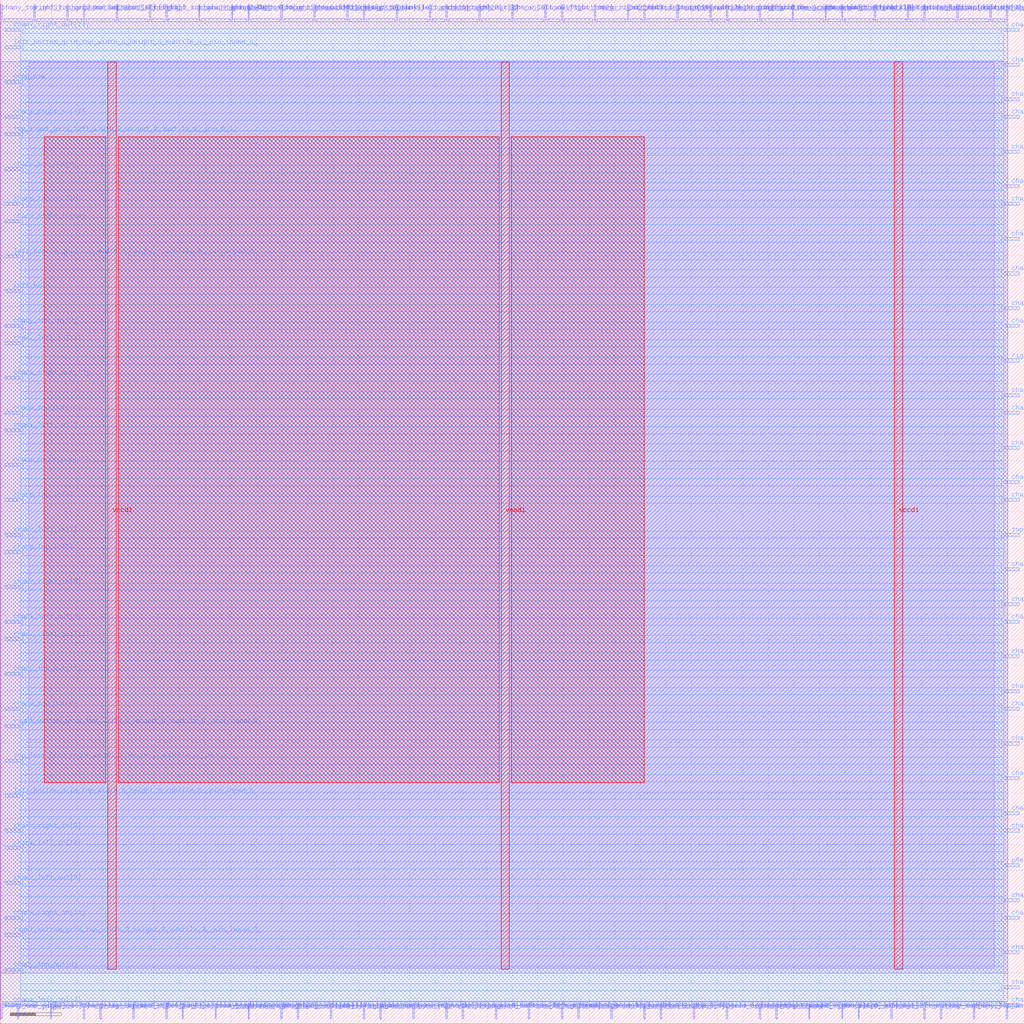
<source format=lef>
VERSION 5.7 ;
  NOWIREEXTENSIONATPIN ON ;
  DIVIDERCHAR "/" ;
  BUSBITCHARS "[]" ;
MACRO sb_1__0_
  CLASS BLOCK ;
  FOREIGN sb_1__0_ ;
  ORIGIN 0.000 0.000 ;
  SIZE 200.000 BY 200.000 ;
  PIN ccff_head
    DIRECTION INPUT ;
    USE SIGNAL ;
    PORT
      LAYER met3 ;
        RECT 1.000 142.840 4.000 143.440 ;
    END
  END ccff_head
  PIN ccff_tail
    DIRECTION OUTPUT TRISTATE ;
    USE SIGNAL ;
    PORT
      LAYER met2 ;
        RECT 29.070 196.000 29.350 199.000 ;
    END
  END ccff_tail
  PIN chanx_left_in[0]
    DIRECTION INPUT ;
    USE SIGNAL ;
    PORT
      LAYER met2 ;
        RECT 64.490 1.000 64.770 4.000 ;
    END
  END chanx_left_in[0]
  PIN chanx_left_in[10]
    DIRECTION INPUT ;
    USE SIGNAL ;
    PORT
      LAYER met2 ;
        RECT 96.690 1.000 96.970 4.000 ;
    END
  END chanx_left_in[10]
  PIN chanx_left_in[11]
    DIRECTION INPUT ;
    USE SIGNAL ;
    PORT
      LAYER met3 ;
        RECT 1.000 132.640 4.000 133.240 ;
    END
  END chanx_left_in[11]
  PIN chanx_left_in[12]
    DIRECTION INPUT ;
    USE SIGNAL ;
    PORT
      LAYER met3 ;
        RECT 1.000 34.040 4.000 34.640 ;
    END
  END chanx_left_in[12]
  PIN chanx_left_in[13]
    DIRECTION INPUT ;
    USE SIGNAL ;
    PORT
      LAYER met3 ;
        RECT 196.000 153.040 199.000 153.640 ;
    END
  END chanx_left_in[13]
  PIN chanx_left_in[14]
    DIRECTION INPUT ;
    USE SIGNAL ;
    PORT
      LAYER met2 ;
        RECT 58.050 1.000 58.330 4.000 ;
    END
  END chanx_left_in[14]
  PIN chanx_left_in[15]
    DIRECTION INPUT ;
    USE SIGNAL ;
    PORT
      LAYER met2 ;
        RECT 125.670 196.000 125.950 199.000 ;
    END
  END chanx_left_in[15]
  PIN chanx_left_in[16]
    DIRECTION INPUT ;
    USE SIGNAL ;
    PORT
      LAYER met3 ;
        RECT 196.000 40.840 199.000 41.440 ;
    END
  END chanx_left_in[16]
  PIN chanx_left_in[17]
    DIRECTION INPUT ;
    USE SIGNAL ;
    PORT
      LAYER met3 ;
        RECT 1.000 3.440 4.000 4.040 ;
    END
  END chanx_left_in[17]
  PIN chanx_left_in[18]
    DIRECTION INPUT ;
    USE SIGNAL ;
    PORT
      LAYER met3 ;
        RECT 196.000 176.840 199.000 177.440 ;
    END
  END chanx_left_in[18]
  PIN chanx_left_in[1]
    DIRECTION INPUT ;
    USE SIGNAL ;
    PORT
      LAYER met3 ;
        RECT 1.000 95.240 4.000 95.840 ;
    END
  END chanx_left_in[1]
  PIN chanx_left_in[2]
    DIRECTION INPUT ;
    USE SIGNAL ;
    PORT
      LAYER met2 ;
        RECT 132.110 196.000 132.390 199.000 ;
    END
  END chanx_left_in[2]
  PIN chanx_left_in[3]
    DIRECTION INPUT ;
    USE SIGNAL ;
    PORT
      LAYER met3 ;
        RECT 1.000 115.640 4.000 116.240 ;
    END
  END chanx_left_in[3]
  PIN chanx_left_in[4]
    DIRECTION INPUT ;
    USE SIGNAL ;
    PORT
      LAYER met2 ;
        RECT 61.270 196.000 61.550 199.000 ;
    END
  END chanx_left_in[4]
  PIN chanx_left_in[5]
    DIRECTION INPUT ;
    USE SIGNAL ;
    PORT
      LAYER met3 ;
        RECT 196.000 54.440 199.000 55.040 ;
    END
  END chanx_left_in[5]
  PIN chanx_left_in[6]
    DIRECTION INPUT ;
    USE SIGNAL ;
    PORT
      LAYER met2 ;
        RECT 141.770 1.000 142.050 4.000 ;
    END
  END chanx_left_in[6]
  PIN chanx_left_in[7]
    DIRECTION INPUT ;
    USE SIGNAL ;
    PORT
      LAYER met2 ;
        RECT 22.630 196.000 22.910 199.000 ;
    END
  END chanx_left_in[7]
  PIN chanx_left_in[8]
    DIRECTION INPUT ;
    USE SIGNAL ;
    PORT
      LAYER met2 ;
        RECT 180.410 196.000 180.690 199.000 ;
    END
  END chanx_left_in[8]
  PIN chanx_left_in[9]
    DIRECTION INPUT ;
    USE SIGNAL ;
    PORT
      LAYER met2 ;
        RECT 186.850 196.000 187.130 199.000 ;
    END
  END chanx_left_in[9]
  PIN chanx_left_out[0]
    DIRECTION OUTPUT TRISTATE ;
    USE SIGNAL ;
    PORT
      LAYER met3 ;
        RECT 1.000 27.240 4.000 27.840 ;
    END
  END chanx_left_out[0]
  PIN chanx_left_out[10]
    DIRECTION OUTPUT TRISTATE ;
    USE SIGNAL ;
    PORT
      LAYER met2 ;
        RECT 103.130 1.000 103.410 4.000 ;
    END
  END chanx_left_out[10]
  PIN chanx_left_out[11]
    DIRECTION OUTPUT TRISTATE ;
    USE SIGNAL ;
    PORT
      LAYER met3 ;
        RECT 196.000 139.440 199.000 140.040 ;
    END
  END chanx_left_out[11]
  PIN chanx_left_out[12]
    DIRECTION OUTPUT TRISTATE ;
    USE SIGNAL ;
    PORT
      LAYER met3 ;
        RECT 196.000 61.240 199.000 61.840 ;
    END
  END chanx_left_out[12]
  PIN chanx_left_out[13]
    DIRECTION OUTPUT TRISTATE ;
    USE SIGNAL ;
    PORT
      LAYER met2 ;
        RECT 77.370 196.000 77.650 199.000 ;
    END
  END chanx_left_out[13]
  PIN chanx_left_out[14]
    DIRECTION OUTPUT TRISTATE ;
    USE SIGNAL ;
    PORT
      LAYER met2 ;
        RECT 196.510 1.000 196.790 4.000 ;
    END
  END chanx_left_out[14]
  PIN chanx_left_out[15]
    DIRECTION OUTPUT TRISTATE ;
    USE SIGNAL ;
    PORT
      LAYER met2 ;
        RECT 164.310 196.000 164.590 199.000 ;
    END
  END chanx_left_out[15]
  PIN chanx_left_out[16]
    DIRECTION OUTPUT TRISTATE ;
    USE SIGNAL ;
    PORT
      LAYER met2 ;
        RECT 87.030 1.000 87.310 4.000 ;
    END
  END chanx_left_out[16]
  PIN chanx_left_out[17]
    DIRECTION OUTPUT TRISTATE ;
    USE SIGNAL ;
    PORT
      LAYER met2 ;
        RECT 16.190 196.000 16.470 199.000 ;
    END
  END chanx_left_out[17]
  PIN chanx_left_out[18]
    DIRECTION OUTPUT TRISTATE ;
    USE SIGNAL ;
    PORT
      LAYER met2 ;
        RECT 54.830 1.000 55.110 4.000 ;
    END
  END chanx_left_out[18]
  PIN chanx_left_out[1]
    DIRECTION OUTPUT TRISTATE ;
    USE SIGNAL ;
    PORT
      LAYER met3 ;
        RECT 1.000 78.240 4.000 78.840 ;
    END
  END chanx_left_out[1]
  PIN chanx_left_out[2]
    DIRECTION OUTPUT TRISTATE ;
    USE SIGNAL ;
    PORT
      LAYER met2 ;
        RECT 125.670 1.000 125.950 4.000 ;
    END
  END chanx_left_out[2]
  PIN chanx_left_out[3]
    DIRECTION OUTPUT TRISTATE ;
    USE SIGNAL ;
    PORT
      LAYER met3 ;
        RECT 196.000 64.640 199.000 65.240 ;
    END
  END chanx_left_out[3]
  PIN chanx_left_out[4]
    DIRECTION OUTPUT TRISTATE ;
    USE SIGNAL ;
    PORT
      LAYER met3 ;
        RECT 196.000 136.040 199.000 136.640 ;
    END
  END chanx_left_out[4]
  PIN chanx_left_out[5]
    DIRECTION OUTPUT TRISTATE ;
    USE SIGNAL ;
    PORT
      LAYER met2 ;
        RECT 173.970 1.000 174.250 4.000 ;
    END
  END chanx_left_out[5]
  PIN chanx_left_out[6]
    DIRECTION OUTPUT TRISTATE ;
    USE SIGNAL ;
    PORT
      LAYER met2 ;
        RECT 74.150 1.000 74.430 4.000 ;
    END
  END chanx_left_out[6]
  PIN chanx_left_out[7]
    DIRECTION OUTPUT TRISTATE ;
    USE SIGNAL ;
    PORT
      LAYER met2 ;
        RECT 161.090 196.000 161.370 199.000 ;
    END
  END chanx_left_out[7]
  PIN chanx_left_out[8]
    DIRECTION OUTPUT TRISTATE ;
    USE SIGNAL ;
    PORT
      LAYER met2 ;
        RECT 99.910 196.000 100.190 199.000 ;
    END
  END chanx_left_out[8]
  PIN chanx_left_out[9]
    DIRECTION OUTPUT TRISTATE ;
    USE SIGNAL ;
    PORT
      LAYER met2 ;
        RECT 167.530 1.000 167.810 4.000 ;
    END
  END chanx_left_out[9]
  PIN chanx_right_in[0]
    DIRECTION INPUT ;
    USE SIGNAL ;
    PORT
      LAYER met3 ;
        RECT 196.000 81.640 199.000 82.240 ;
    END
  END chanx_right_in[0]
  PIN chanx_right_in[10]
    DIRECTION INPUT ;
    USE SIGNAL ;
    PORT
      LAYER met2 ;
        RECT 38.730 196.000 39.010 199.000 ;
    END
  END chanx_right_in[10]
  PIN chanx_right_in[11]
    DIRECTION INPUT ;
    USE SIGNAL ;
    PORT
      LAYER met3 ;
        RECT 196.000 119.040 199.000 119.640 ;
    END
  END chanx_right_in[11]
  PIN chanx_right_in[12]
    DIRECTION INPUT ;
    USE SIGNAL ;
    PORT
      LAYER met2 ;
        RECT 83.810 196.000 84.090 199.000 ;
    END
  END chanx_right_in[12]
  PIN chanx_right_in[13]
    DIRECTION INPUT ;
    USE SIGNAL ;
    PORT
      LAYER met3 ;
        RECT 196.000 163.240 199.000 163.840 ;
    END
  END chanx_right_in[13]
  PIN chanx_right_in[14]
    DIRECTION INPUT ;
    USE SIGNAL ;
    PORT
      LAYER met3 ;
        RECT 1.000 20.440 4.000 21.040 ;
    END
  END chanx_right_in[14]
  PIN chanx_right_in[15]
    DIRECTION INPUT ;
    USE SIGNAL ;
    PORT
      LAYER met3 ;
        RECT 196.000 88.440 199.000 89.040 ;
    END
  END chanx_right_in[15]
  PIN chanx_right_in[16]
    DIRECTION INPUT ;
    USE SIGNAL ;
    PORT
      LAYER met3 ;
        RECT 1.000 156.440 4.000 157.040 ;
    END
  END chanx_right_in[16]
  PIN chanx_right_in[17]
    DIRECTION INPUT ;
    USE SIGNAL ;
    PORT
      LAYER met3 ;
        RECT 1.000 176.840 4.000 177.440 ;
    END
  END chanx_right_in[17]
  PIN chanx_right_in[18]
    DIRECTION INPUT ;
    USE SIGNAL ;
    PORT
      LAYER met3 ;
        RECT 196.000 159.840 199.000 160.440 ;
    END
  END chanx_right_in[18]
  PIN chanx_right_in[1]
    DIRECTION INPUT ;
    USE SIGNAL ;
    PORT
      LAYER met3 ;
        RECT 196.000 6.840 199.000 7.440 ;
    END
  END chanx_right_in[1]
  PIN chanx_right_in[2]
    DIRECTION INPUT ;
    USE SIGNAL ;
    PORT
      LAYER met2 ;
        RECT 106.350 196.000 106.630 199.000 ;
    END
  END chanx_right_in[2]
  PIN chanx_right_in[3]
    DIRECTION INPUT ;
    USE SIGNAL ;
    PORT
      LAYER met2 ;
        RECT 93.470 196.000 93.750 199.000 ;
    END
  END chanx_right_in[3]
  PIN chanx_right_in[4]
    DIRECTION INPUT ;
    USE SIGNAL ;
    PORT
      LAYER met2 ;
        RECT 154.650 196.000 154.930 199.000 ;
    END
  END chanx_right_in[4]
  PIN chanx_right_in[5]
    DIRECTION INPUT ;
    USE SIGNAL ;
    PORT
      LAYER met3 ;
        RECT 196.000 187.040 199.000 187.640 ;
    END
  END chanx_right_in[5]
  PIN chanx_right_in[6]
    DIRECTION INPUT ;
    USE SIGNAL ;
    PORT
      LAYER met2 ;
        RECT 116.010 196.000 116.290 199.000 ;
    END
  END chanx_right_in[6]
  PIN chanx_right_in[7]
    DIRECTION INPUT ;
    USE SIGNAL ;
    PORT
      LAYER met2 ;
        RECT 48.390 1.000 48.670 4.000 ;
    END
  END chanx_right_in[7]
  PIN chanx_right_in[8]
    DIRECTION INPUT ;
    USE SIGNAL ;
    PORT
      LAYER met3 ;
        RECT 1.000 85.040 4.000 85.640 ;
    END
  END chanx_right_in[8]
  PIN chanx_right_in[9]
    DIRECTION INPUT ;
    USE SIGNAL ;
    PORT
      LAYER met3 ;
        RECT 1.000 37.440 4.000 38.040 ;
    END
  END chanx_right_in[9]
  PIN chanx_right_out[0]
    DIRECTION OUTPUT TRISTATE ;
    USE SIGNAL ;
    PORT
      LAYER met2 ;
        RECT 157.870 1.000 158.150 4.000 ;
    END
  END chanx_right_out[0]
  PIN chanx_right_out[10]
    DIRECTION OUTPUT TRISTATE ;
    USE SIGNAL ;
    PORT
      LAYER met3 ;
        RECT 196.000 3.440 199.000 4.040 ;
    END
  END chanx_right_out[10]
  PIN chanx_right_out[11]
    DIRECTION OUTPUT TRISTATE ;
    USE SIGNAL ;
    PORT
      LAYER met3 ;
        RECT 1.000 74.840 4.000 75.440 ;
    END
  END chanx_right_out[11]
  PIN chanx_right_out[12]
    DIRECTION OUTPUT TRISTATE ;
    USE SIGNAL ;
    PORT
      LAYER met3 ;
        RECT 196.000 37.440 199.000 38.040 ;
    END
  END chanx_right_out[12]
  PIN chanx_right_out[13]
    DIRECTION OUTPUT TRISTATE ;
    USE SIGNAL ;
    PORT
      LAYER met2 ;
        RECT 54.830 196.000 55.110 199.000 ;
    END
  END chanx_right_out[13]
  PIN chanx_right_out[14]
    DIRECTION OUTPUT TRISTATE ;
    USE SIGNAL ;
    PORT
      LAYER met3 ;
        RECT 1.000 193.840 4.000 194.440 ;
    END
  END chanx_right_out[14]
  PIN chanx_right_out[15]
    DIRECTION OUTPUT TRISTATE ;
    USE SIGNAL ;
    PORT
      LAYER met3 ;
        RECT 1.000 108.840 4.000 109.440 ;
    END
  END chanx_right_out[15]
  PIN chanx_right_out[16]
    DIRECTION OUTPUT TRISTATE ;
    USE SIGNAL ;
    PORT
      LAYER met2 ;
        RECT 80.590 1.000 80.870 4.000 ;
    END
  END chanx_right_out[16]
  PIN chanx_right_out[17]
    DIRECTION OUTPUT TRISTATE ;
    USE SIGNAL ;
    PORT
      LAYER met3 ;
        RECT 1.000 125.840 4.000 126.440 ;
    END
  END chanx_right_out[17]
  PIN chanx_right_out[18]
    DIRECTION OUTPUT TRISTATE ;
    USE SIGNAL ;
    PORT
      LAYER met2 ;
        RECT 170.750 196.000 171.030 199.000 ;
    END
  END chanx_right_out[18]
  PIN chanx_right_out[1]
    DIRECTION OUTPUT TRISTATE ;
    USE SIGNAL ;
    PORT
      LAYER met2 ;
        RECT 112.790 1.000 113.070 4.000 ;
    END
  END chanx_right_out[1]
  PIN chanx_right_out[2]
    DIRECTION OUTPUT TRISTATE ;
    USE SIGNAL ;
    PORT
      LAYER met2 ;
        RECT 148.210 1.000 148.490 4.000 ;
    END
  END chanx_right_out[2]
  PIN chanx_right_out[3]
    DIRECTION OUTPUT TRISTATE ;
    USE SIGNAL ;
    PORT
      LAYER met3 ;
        RECT 196.000 122.440 199.000 123.040 ;
    END
  END chanx_right_out[3]
  PIN chanx_right_out[4]
    DIRECTION OUTPUT TRISTATE ;
    USE SIGNAL ;
    PORT
      LAYER met3 ;
        RECT 196.000 23.840 199.000 24.440 ;
    END
  END chanx_right_out[4]
  PIN chanx_right_out[5]
    DIRECTION OUTPUT TRISTATE ;
    USE SIGNAL ;
    PORT
      LAYER met2 ;
        RECT 138.550 196.000 138.830 199.000 ;
    END
  END chanx_right_out[5]
  PIN chanx_right_out[6]
    DIRECTION OUTPUT TRISTATE ;
    USE SIGNAL ;
    PORT
      LAYER met3 ;
        RECT 196.000 193.840 199.000 194.440 ;
    END
  END chanx_right_out[6]
  PIN chanx_right_out[7]
    DIRECTION OUTPUT TRISTATE ;
    USE SIGNAL ;
    PORT
      LAYER met2 ;
        RECT 87.030 196.000 87.310 199.000 ;
    END
  END chanx_right_out[7]
  PIN chanx_right_out[8]
    DIRECTION OUTPUT TRISTATE ;
    USE SIGNAL ;
    PORT
      LAYER met2 ;
        RECT 3.310 1.000 3.590 4.000 ;
    END
  END chanx_right_out[8]
  PIN chanx_right_out[9]
    DIRECTION OUTPUT TRISTATE ;
    USE SIGNAL ;
    PORT
      LAYER met2 ;
        RECT 25.850 1.000 26.130 4.000 ;
    END
  END chanx_right_out[9]
  PIN chany_top_in[0]
    DIRECTION INPUT ;
    USE SIGNAL ;
    PORT
      LAYER met2 ;
        RECT 67.710 196.000 67.990 199.000 ;
    END
  END chany_top_in[0]
  PIN chany_top_in[10]
    DIRECTION INPUT ;
    USE SIGNAL ;
    PORT
      LAYER met2 ;
        RECT 45.170 196.000 45.450 199.000 ;
    END
  END chany_top_in[10]
  PIN chany_top_in[11]
    DIRECTION INPUT ;
    USE SIGNAL ;
    PORT
      LAYER met3 ;
        RECT 196.000 105.440 199.000 106.040 ;
    END
  END chany_top_in[11]
  PIN chany_top_in[12]
    DIRECTION INPUT ;
    USE SIGNAL ;
    PORT
      LAYER met3 ;
        RECT 196.000 71.440 199.000 72.040 ;
    END
  END chany_top_in[12]
  PIN chany_top_in[13]
    DIRECTION INPUT ;
    USE SIGNAL ;
    PORT
      LAYER met2 ;
        RECT 196.510 196.000 196.790 199.000 ;
    END
  END chany_top_in[13]
  PIN chany_top_in[14]
    DIRECTION INPUT ;
    USE SIGNAL ;
    PORT
      LAYER met2 ;
        RECT 16.190 1.000 16.470 4.000 ;
    END
  END chany_top_in[14]
  PIN chany_top_in[15]
    DIRECTION INPUT ;
    USE SIGNAL ;
    PORT
      LAYER met3 ;
        RECT 196.000 13.640 199.000 14.240 ;
    END
  END chany_top_in[15]
  PIN chany_top_in[16]
    DIRECTION INPUT ;
    USE SIGNAL ;
    PORT
      LAYER met3 ;
        RECT 196.000 78.240 199.000 78.840 ;
    END
  END chany_top_in[16]
  PIN chany_top_in[17]
    DIRECTION INPUT ;
    USE SIGNAL ;
    PORT
      LAYER met3 ;
        RECT 1.000 136.040 4.000 136.640 ;
    END
  END chany_top_in[17]
  PIN chany_top_in[18]
    DIRECTION INPUT ;
    USE SIGNAL ;
    PORT
      LAYER met2 ;
        RECT 12.970 196.000 13.250 199.000 ;
    END
  END chany_top_in[18]
  PIN chany_top_in[1]
    DIRECTION INPUT ;
    USE SIGNAL ;
    PORT
      LAYER met2 ;
        RECT 183.630 1.000 183.910 4.000 ;
    END
  END chany_top_in[1]
  PIN chany_top_in[2]
    DIRECTION INPUT ;
    USE SIGNAL ;
    PORT
      LAYER met3 ;
        RECT 1.000 102.040 4.000 102.640 ;
    END
  END chany_top_in[2]
  PIN chany_top_in[3]
    DIRECTION INPUT ;
    USE SIGNAL ;
    PORT
      LAYER met2 ;
        RECT 0.090 196.000 0.370 199.000 ;
    END
  END chany_top_in[3]
  PIN chany_top_in[4]
    DIRECTION INPUT ;
    USE SIGNAL ;
    PORT
      LAYER met2 ;
        RECT 193.290 196.000 193.570 199.000 ;
    END
  END chany_top_in[4]
  PIN chany_top_in[5]
    DIRECTION INPUT ;
    USE SIGNAL ;
    PORT
      LAYER met2 ;
        RECT 41.950 1.000 42.230 4.000 ;
    END
  END chany_top_in[5]
  PIN chany_top_in[6]
    DIRECTION INPUT ;
    USE SIGNAL ;
    PORT
      LAYER met3 ;
        RECT 1.000 91.840 4.000 92.440 ;
    END
  END chany_top_in[6]
  PIN chany_top_in[7]
    DIRECTION INPUT ;
    USE SIGNAL ;
    PORT
      LAYER met2 ;
        RECT 119.230 1.000 119.510 4.000 ;
    END
  END chany_top_in[7]
  PIN chany_top_in[8]
    DIRECTION INPUT ;
    USE SIGNAL ;
    PORT
      LAYER met2 ;
        RECT 190.070 1.000 190.350 4.000 ;
    END
  END chany_top_in[8]
  PIN chany_top_in[9]
    DIRECTION INPUT ;
    USE SIGNAL ;
    PORT
      LAYER met2 ;
        RECT 70.930 196.000 71.210 199.000 ;
    END
  END chany_top_in[9]
  PIN chany_top_out[0]
    DIRECTION OUTPUT TRISTATE ;
    USE SIGNAL ;
    PORT
      LAYER met2 ;
        RECT 151.430 1.000 151.710 4.000 ;
    END
  END chany_top_out[0]
  PIN chany_top_out[10]
    DIRECTION OUTPUT TRISTATE ;
    USE SIGNAL ;
    PORT
      LAYER met2 ;
        RECT 19.410 1.000 19.690 4.000 ;
    END
  END chany_top_out[10]
  PIN chany_top_out[11]
    DIRECTION OUTPUT TRISTATE ;
    USE SIGNAL ;
    PORT
      LAYER met3 ;
        RECT 1.000 68.040 4.000 68.640 ;
    END
  END chany_top_out[11]
  PIN chany_top_out[12]
    DIRECTION OUTPUT TRISTATE ;
    USE SIGNAL ;
    PORT
      LAYER met3 ;
        RECT 196.000 20.440 199.000 21.040 ;
    END
  END chany_top_out[12]
  PIN chany_top_out[13]
    DIRECTION OUTPUT TRISTATE ;
    USE SIGNAL ;
    PORT
      LAYER met3 ;
        RECT 196.000 146.240 199.000 146.840 ;
    END
  END chany_top_out[13]
  PIN chany_top_out[14]
    DIRECTION OUTPUT TRISTATE ;
    USE SIGNAL ;
    PORT
      LAYER met3 ;
        RECT 196.000 102.040 199.000 102.640 ;
    END
  END chany_top_out[14]
  PIN chany_top_out[15]
    DIRECTION OUTPUT TRISTATE ;
    USE SIGNAL ;
    PORT
      LAYER met2 ;
        RECT 164.310 1.000 164.590 4.000 ;
    END
  END chany_top_out[15]
  PIN chany_top_out[16]
    DIRECTION OUTPUT TRISTATE ;
    USE SIGNAL ;
    PORT
      LAYER met3 ;
        RECT 1.000 119.040 4.000 119.640 ;
    END
  END chany_top_out[16]
  PIN chany_top_out[17]
    DIRECTION OUTPUT TRISTATE ;
    USE SIGNAL ;
    PORT
      LAYER met3 ;
        RECT 196.000 47.640 199.000 48.240 ;
    END
  END chany_top_out[17]
  PIN chany_top_out[18]
    DIRECTION OUTPUT TRISTATE ;
    USE SIGNAL ;
    PORT
      LAYER met3 ;
        RECT 1.000 159.840 4.000 160.440 ;
    END
  END chany_top_out[18]
  PIN chany_top_out[1]
    DIRECTION OUTPUT TRISTATE ;
    USE SIGNAL ;
    PORT
      LAYER met3 ;
        RECT 196.000 112.240 199.000 112.840 ;
    END
  END chany_top_out[1]
  PIN chany_top_out[2]
    DIRECTION OUTPUT TRISTATE ;
    USE SIGNAL ;
    PORT
      LAYER met3 ;
        RECT 196.000 170.040 199.000 170.640 ;
    END
  END chany_top_out[2]
  PIN chany_top_out[3]
    DIRECTION OUTPUT TRISTATE ;
    USE SIGNAL ;
    PORT
      LAYER met2 ;
        RECT 180.410 1.000 180.690 4.000 ;
    END
  END chany_top_out[3]
  PIN chany_top_out[4]
    DIRECTION OUTPUT TRISTATE ;
    USE SIGNAL ;
    PORT
      LAYER met3 ;
        RECT 196.000 180.240 199.000 180.840 ;
    END
  END chany_top_out[4]
  PIN chany_top_out[5]
    DIRECTION OUTPUT TRISTATE ;
    USE SIGNAL ;
    PORT
      LAYER met3 ;
        RECT 1.000 166.640 4.000 167.240 ;
    END
  END chany_top_out[5]
  PIN chany_top_out[6]
    DIRECTION OUTPUT TRISTATE ;
    USE SIGNAL ;
    PORT
      LAYER met3 ;
        RECT 1.000 10.240 4.000 10.840 ;
    END
  END chany_top_out[6]
  PIN chany_top_out[7]
    DIRECTION OUTPUT TRISTATE ;
    USE SIGNAL ;
    PORT
      LAYER met3 ;
        RECT 1.000 61.240 4.000 61.840 ;
    END
  END chany_top_out[7]
  PIN chany_top_out[8]
    DIRECTION OUTPUT TRISTATE ;
    USE SIGNAL ;
    PORT
      LAYER met2 ;
        RECT 0.090 1.000 0.370 4.000 ;
    END
  END chany_top_out[8]
  PIN chany_top_out[9]
    DIRECTION OUTPUT TRISTATE ;
    USE SIGNAL ;
    PORT
      LAYER met2 ;
        RECT 128.890 1.000 129.170 4.000 ;
    END
  END chany_top_out[9]
  PIN left_bottom_grid_top_width_0_height_0_subtile_0__pin_inpad_0_
    DIRECTION INPUT ;
    USE SIGNAL ;
    PORT
      LAYER met3 ;
        RECT 1.000 190.440 4.000 191.040 ;
    END
  END left_bottom_grid_top_width_0_height_0_subtile_0__pin_inpad_0_
  PIN left_bottom_grid_top_width_0_height_0_subtile_1__pin_inpad_0_
    DIRECTION INPUT ;
    USE SIGNAL ;
    PORT
      LAYER met2 ;
        RECT 48.390 196.000 48.670 199.000 ;
    END
  END left_bottom_grid_top_width_0_height_0_subtile_1__pin_inpad_0_
  PIN left_bottom_grid_top_width_0_height_0_subtile_2__pin_inpad_0_
    DIRECTION INPUT ;
    USE SIGNAL ;
    PORT
      LAYER met2 ;
        RECT 122.450 196.000 122.730 199.000 ;
    END
  END left_bottom_grid_top_width_0_height_0_subtile_2__pin_inpad_0_
  PIN left_bottom_grid_top_width_0_height_0_subtile_3__pin_inpad_0_
    DIRECTION INPUT ;
    USE SIGNAL ;
    PORT
      LAYER met3 ;
        RECT 1.000 149.640 4.000 150.240 ;
    END
  END left_bottom_grid_top_width_0_height_0_subtile_3__pin_inpad_0_
  PIN left_bottom_grid_top_width_0_height_0_subtile_4__pin_inpad_0_
    DIRECTION INPUT ;
    USE SIGNAL ;
    PORT
      LAYER met2 ;
        RECT 32.290 1.000 32.570 4.000 ;
    END
  END left_bottom_grid_top_width_0_height_0_subtile_4__pin_inpad_0_
  PIN left_bottom_grid_top_width_0_height_0_subtile_5__pin_inpad_0_
    DIRECTION INPUT ;
    USE SIGNAL ;
    PORT
      LAYER met2 ;
        RECT 9.750 1.000 10.030 4.000 ;
    END
  END left_bottom_grid_top_width_0_height_0_subtile_5__pin_inpad_0_
  PIN left_bottom_grid_top_width_0_height_0_subtile_6__pin_inpad_0_
    DIRECTION INPUT ;
    USE SIGNAL ;
    PORT
      LAYER met3 ;
        RECT 1.000 44.240 4.000 44.840 ;
    END
  END left_bottom_grid_top_width_0_height_0_subtile_6__pin_inpad_0_
  PIN left_bottom_grid_top_width_0_height_0_subtile_7__pin_inpad_0_
    DIRECTION INPUT ;
    USE SIGNAL ;
    PORT
      LAYER met2 ;
        RECT 109.570 196.000 109.850 199.000 ;
    END
  END left_bottom_grid_top_width_0_height_0_subtile_7__pin_inpad_0_
  PIN left_top_grid_bottom_width_0_height_0_subtile_0__pin_O_2_
    DIRECTION INPUT ;
    USE SIGNAL ;
    PORT
      LAYER met2 ;
        RECT 90.250 1.000 90.530 4.000 ;
    END
  END left_top_grid_bottom_width_0_height_0_subtile_0__pin_O_2_
  PIN left_top_grid_bottom_width_0_height_0_subtile_0__pin_O_6_
    DIRECTION INPUT ;
    USE SIGNAL ;
    PORT
      LAYER met2 ;
        RECT 177.190 196.000 177.470 199.000 ;
    END
  END left_top_grid_bottom_width_0_height_0_subtile_0__pin_O_6_
  PIN pReset
    DIRECTION INPUT ;
    USE SIGNAL ;
    PORT
      LAYER met3 ;
        RECT 196.000 30.640 199.000 31.240 ;
    END
  END pReset
  PIN prog_clk
    DIRECTION INPUT ;
    USE SIGNAL ;
    PORT
      LAYER met3 ;
        RECT 1.000 183.640 4.000 184.240 ;
    END
  END prog_clk
  PIN right_bottom_grid_top_width_0_height_0_subtile_0__pin_inpad_0_
    DIRECTION INPUT ;
    USE SIGNAL ;
    PORT
      LAYER met3 ;
        RECT 1.000 57.840 4.000 58.440 ;
    END
  END right_bottom_grid_top_width_0_height_0_subtile_0__pin_inpad_0_
  PIN right_bottom_grid_top_width_0_height_0_subtile_1__pin_inpad_0_
    DIRECTION INPUT ;
    USE SIGNAL ;
    PORT
      LAYER met2 ;
        RECT 35.510 1.000 35.790 4.000 ;
    END
  END right_bottom_grid_top_width_0_height_0_subtile_1__pin_inpad_0_
  PIN right_bottom_grid_top_width_0_height_0_subtile_2__pin_inpad_0_
    DIRECTION INPUT ;
    USE SIGNAL ;
    PORT
      LAYER met2 ;
        RECT 70.930 1.000 71.210 4.000 ;
    END
  END right_bottom_grid_top_width_0_height_0_subtile_2__pin_inpad_0_
  PIN right_bottom_grid_top_width_0_height_0_subtile_3__pin_inpad_0_
    DIRECTION INPUT ;
    USE SIGNAL ;
    PORT
      LAYER met3 ;
        RECT 1.000 17.040 4.000 17.640 ;
    END
  END right_bottom_grid_top_width_0_height_0_subtile_3__pin_inpad_0_
  PIN right_bottom_grid_top_width_0_height_0_subtile_4__pin_inpad_0_
    DIRECTION INPUT ;
    USE SIGNAL ;
    PORT
      LAYER met3 ;
        RECT 196.000 129.240 199.000 129.840 ;
    END
  END right_bottom_grid_top_width_0_height_0_subtile_4__pin_inpad_0_
  PIN right_bottom_grid_top_width_0_height_0_subtile_5__pin_inpad_0_
    DIRECTION INPUT ;
    USE SIGNAL ;
    PORT
      LAYER met2 ;
        RECT 109.570 1.000 109.850 4.000 ;
    END
  END right_bottom_grid_top_width_0_height_0_subtile_5__pin_inpad_0_
  PIN right_bottom_grid_top_width_0_height_0_subtile_6__pin_inpad_0_
    DIRECTION INPUT ;
    USE SIGNAL ;
    PORT
      LAYER met2 ;
        RECT 148.210 196.000 148.490 199.000 ;
    END
  END right_bottom_grid_top_width_0_height_0_subtile_6__pin_inpad_0_
  PIN right_bottom_grid_top_width_0_height_0_subtile_7__pin_inpad_0_
    DIRECTION INPUT ;
    USE SIGNAL ;
    PORT
      LAYER met2 ;
        RECT 141.770 196.000 142.050 199.000 ;
    END
  END right_bottom_grid_top_width_0_height_0_subtile_7__pin_inpad_0_
  PIN right_top_grid_bottom_width_0_height_0_subtile_0__pin_O_2_
    DIRECTION INPUT ;
    USE SIGNAL ;
    PORT
      LAYER met2 ;
        RECT 6.530 196.000 6.810 199.000 ;
    END
  END right_top_grid_bottom_width_0_height_0_subtile_0__pin_O_2_
  PIN right_top_grid_bottom_width_0_height_0_subtile_0__pin_O_6_
    DIRECTION INPUT ;
    USE SIGNAL ;
    PORT
      LAYER met2 ;
        RECT 32.290 196.000 32.570 199.000 ;
    END
  END right_top_grid_bottom_width_0_height_0_subtile_0__pin_O_6_
  PIN top_left_grid_right_width_0_height_0_subtile_0__pin_O_1_
    DIRECTION INPUT ;
    USE SIGNAL ;
    PORT
      LAYER met2 ;
        RECT 135.330 1.000 135.610 4.000 ;
    END
  END top_left_grid_right_width_0_height_0_subtile_0__pin_O_1_
  PIN top_left_grid_right_width_0_height_0_subtile_0__pin_O_5_
    DIRECTION INPUT ;
    USE SIGNAL ;
    PORT
      LAYER met3 ;
        RECT 1.000 51.040 4.000 51.640 ;
    END
  END top_left_grid_right_width_0_height_0_subtile_0__pin_O_5_
  PIN top_right_grid_left_width_0_height_0_subtile_0__pin_O_3_
    DIRECTION INPUT ;
    USE SIGNAL ;
    PORT
      LAYER met3 ;
        RECT 1.000 173.440 4.000 174.040 ;
    END
  END top_right_grid_left_width_0_height_0_subtile_0__pin_O_3_
  PIN top_right_grid_left_width_0_height_0_subtile_0__pin_O_7_
    DIRECTION INPUT ;
    USE SIGNAL ;
    PORT
      LAYER met3 ;
        RECT 196.000 95.240 199.000 95.840 ;
    END
  END top_right_grid_left_width_0_height_0_subtile_0__pin_O_7_
  PIN vccd1
    DIRECTION INOUT ;
    USE POWER ;
    PORT
      LAYER met4 ;
        RECT 21.040 10.640 22.640 187.920 ;
    END
    PORT
      LAYER met4 ;
        RECT 174.640 10.640 176.240 187.920 ;
    END
  END vccd1
  PIN vssd1
    DIRECTION INOUT ;
    USE GROUND ;
    PORT
      LAYER met4 ;
        RECT 97.840 10.640 99.440 187.920 ;
    END
  END vssd1
  OBS
      LAYER li1 ;
        RECT 5.520 10.795 194.120 187.765 ;
      LAYER met1 ;
        RECT 0.070 9.900 196.810 187.920 ;
      LAYER met2 ;
        RECT 0.650 195.720 6.250 196.250 ;
        RECT 7.090 195.720 12.690 196.250 ;
        RECT 13.530 195.720 15.910 196.250 ;
        RECT 16.750 195.720 22.350 196.250 ;
        RECT 23.190 195.720 28.790 196.250 ;
        RECT 29.630 195.720 32.010 196.250 ;
        RECT 32.850 195.720 38.450 196.250 ;
        RECT 39.290 195.720 44.890 196.250 ;
        RECT 45.730 195.720 48.110 196.250 ;
        RECT 48.950 195.720 54.550 196.250 ;
        RECT 55.390 195.720 60.990 196.250 ;
        RECT 61.830 195.720 67.430 196.250 ;
        RECT 68.270 195.720 70.650 196.250 ;
        RECT 71.490 195.720 77.090 196.250 ;
        RECT 77.930 195.720 83.530 196.250 ;
        RECT 84.370 195.720 86.750 196.250 ;
        RECT 87.590 195.720 93.190 196.250 ;
        RECT 94.030 195.720 99.630 196.250 ;
        RECT 100.470 195.720 106.070 196.250 ;
        RECT 106.910 195.720 109.290 196.250 ;
        RECT 110.130 195.720 115.730 196.250 ;
        RECT 116.570 195.720 122.170 196.250 ;
        RECT 123.010 195.720 125.390 196.250 ;
        RECT 126.230 195.720 131.830 196.250 ;
        RECT 132.670 195.720 138.270 196.250 ;
        RECT 139.110 195.720 141.490 196.250 ;
        RECT 142.330 195.720 147.930 196.250 ;
        RECT 148.770 195.720 154.370 196.250 ;
        RECT 155.210 195.720 160.810 196.250 ;
        RECT 161.650 195.720 164.030 196.250 ;
        RECT 164.870 195.720 170.470 196.250 ;
        RECT 171.310 195.720 176.910 196.250 ;
        RECT 177.750 195.720 180.130 196.250 ;
        RECT 180.970 195.720 186.570 196.250 ;
        RECT 187.410 195.720 193.010 196.250 ;
        RECT 193.850 195.720 196.230 196.250 ;
        RECT 0.100 4.280 196.780 195.720 ;
        RECT 0.650 3.555 3.030 4.280 ;
        RECT 3.870 3.555 9.470 4.280 ;
        RECT 10.310 3.555 15.910 4.280 ;
        RECT 16.750 3.555 19.130 4.280 ;
        RECT 19.970 3.555 25.570 4.280 ;
        RECT 26.410 3.555 32.010 4.280 ;
        RECT 32.850 3.555 35.230 4.280 ;
        RECT 36.070 3.555 41.670 4.280 ;
        RECT 42.510 3.555 48.110 4.280 ;
        RECT 48.950 3.555 54.550 4.280 ;
        RECT 55.390 3.555 57.770 4.280 ;
        RECT 58.610 3.555 64.210 4.280 ;
        RECT 65.050 3.555 70.650 4.280 ;
        RECT 71.490 3.555 73.870 4.280 ;
        RECT 74.710 3.555 80.310 4.280 ;
        RECT 81.150 3.555 86.750 4.280 ;
        RECT 87.590 3.555 89.970 4.280 ;
        RECT 90.810 3.555 96.410 4.280 ;
        RECT 97.250 3.555 102.850 4.280 ;
        RECT 103.690 3.555 109.290 4.280 ;
        RECT 110.130 3.555 112.510 4.280 ;
        RECT 113.350 3.555 118.950 4.280 ;
        RECT 119.790 3.555 125.390 4.280 ;
        RECT 126.230 3.555 128.610 4.280 ;
        RECT 129.450 3.555 135.050 4.280 ;
        RECT 135.890 3.555 141.490 4.280 ;
        RECT 142.330 3.555 147.930 4.280 ;
        RECT 148.770 3.555 151.150 4.280 ;
        RECT 151.990 3.555 157.590 4.280 ;
        RECT 158.430 3.555 164.030 4.280 ;
        RECT 164.870 3.555 167.250 4.280 ;
        RECT 168.090 3.555 173.690 4.280 ;
        RECT 174.530 3.555 180.130 4.280 ;
        RECT 180.970 3.555 183.350 4.280 ;
        RECT 184.190 3.555 189.790 4.280 ;
        RECT 190.630 3.555 196.230 4.280 ;
      LAYER met3 ;
        RECT 4.400 193.440 195.600 194.305 ;
        RECT 4.000 191.440 196.000 193.440 ;
        RECT 4.400 190.040 196.000 191.440 ;
        RECT 4.000 188.040 196.000 190.040 ;
        RECT 4.000 186.640 195.600 188.040 ;
        RECT 4.000 184.640 196.000 186.640 ;
        RECT 4.400 183.240 196.000 184.640 ;
        RECT 4.000 181.240 196.000 183.240 ;
        RECT 4.000 179.840 195.600 181.240 ;
        RECT 4.000 177.840 196.000 179.840 ;
        RECT 4.400 176.440 195.600 177.840 ;
        RECT 4.000 174.440 196.000 176.440 ;
        RECT 4.400 173.040 196.000 174.440 ;
        RECT 4.000 171.040 196.000 173.040 ;
        RECT 4.000 169.640 195.600 171.040 ;
        RECT 4.000 167.640 196.000 169.640 ;
        RECT 4.400 166.240 196.000 167.640 ;
        RECT 4.000 164.240 196.000 166.240 ;
        RECT 4.000 162.840 195.600 164.240 ;
        RECT 4.000 160.840 196.000 162.840 ;
        RECT 4.400 159.440 195.600 160.840 ;
        RECT 4.000 157.440 196.000 159.440 ;
        RECT 4.400 156.040 196.000 157.440 ;
        RECT 4.000 154.040 196.000 156.040 ;
        RECT 4.000 152.640 195.600 154.040 ;
        RECT 4.000 150.640 196.000 152.640 ;
        RECT 4.400 149.240 196.000 150.640 ;
        RECT 4.000 147.240 196.000 149.240 ;
        RECT 4.000 145.840 195.600 147.240 ;
        RECT 4.000 143.840 196.000 145.840 ;
        RECT 4.400 142.440 196.000 143.840 ;
        RECT 4.000 140.440 196.000 142.440 ;
        RECT 4.000 139.040 195.600 140.440 ;
        RECT 4.000 137.040 196.000 139.040 ;
        RECT 4.400 135.640 195.600 137.040 ;
        RECT 4.000 133.640 196.000 135.640 ;
        RECT 4.400 132.240 196.000 133.640 ;
        RECT 4.000 130.240 196.000 132.240 ;
        RECT 4.000 128.840 195.600 130.240 ;
        RECT 4.000 126.840 196.000 128.840 ;
        RECT 4.400 125.440 196.000 126.840 ;
        RECT 4.000 123.440 196.000 125.440 ;
        RECT 4.000 122.040 195.600 123.440 ;
        RECT 4.000 120.040 196.000 122.040 ;
        RECT 4.400 118.640 195.600 120.040 ;
        RECT 4.000 116.640 196.000 118.640 ;
        RECT 4.400 115.240 196.000 116.640 ;
        RECT 4.000 113.240 196.000 115.240 ;
        RECT 4.000 111.840 195.600 113.240 ;
        RECT 4.000 109.840 196.000 111.840 ;
        RECT 4.400 108.440 196.000 109.840 ;
        RECT 4.000 106.440 196.000 108.440 ;
        RECT 4.000 105.040 195.600 106.440 ;
        RECT 4.000 103.040 196.000 105.040 ;
        RECT 4.400 101.640 195.600 103.040 ;
        RECT 4.000 96.240 196.000 101.640 ;
        RECT 4.400 94.840 195.600 96.240 ;
        RECT 4.000 92.840 196.000 94.840 ;
        RECT 4.400 91.440 196.000 92.840 ;
        RECT 4.000 89.440 196.000 91.440 ;
        RECT 4.000 88.040 195.600 89.440 ;
        RECT 4.000 86.040 196.000 88.040 ;
        RECT 4.400 84.640 196.000 86.040 ;
        RECT 4.000 82.640 196.000 84.640 ;
        RECT 4.000 81.240 195.600 82.640 ;
        RECT 4.000 79.240 196.000 81.240 ;
        RECT 4.400 77.840 195.600 79.240 ;
        RECT 4.000 75.840 196.000 77.840 ;
        RECT 4.400 74.440 196.000 75.840 ;
        RECT 4.000 72.440 196.000 74.440 ;
        RECT 4.000 71.040 195.600 72.440 ;
        RECT 4.000 69.040 196.000 71.040 ;
        RECT 4.400 67.640 196.000 69.040 ;
        RECT 4.000 65.640 196.000 67.640 ;
        RECT 4.000 64.240 195.600 65.640 ;
        RECT 4.000 62.240 196.000 64.240 ;
        RECT 4.400 60.840 195.600 62.240 ;
        RECT 4.000 58.840 196.000 60.840 ;
        RECT 4.400 57.440 196.000 58.840 ;
        RECT 4.000 55.440 196.000 57.440 ;
        RECT 4.000 54.040 195.600 55.440 ;
        RECT 4.000 52.040 196.000 54.040 ;
        RECT 4.400 50.640 196.000 52.040 ;
        RECT 4.000 48.640 196.000 50.640 ;
        RECT 4.000 47.240 195.600 48.640 ;
        RECT 4.000 45.240 196.000 47.240 ;
        RECT 4.400 43.840 196.000 45.240 ;
        RECT 4.000 41.840 196.000 43.840 ;
        RECT 4.000 40.440 195.600 41.840 ;
        RECT 4.000 38.440 196.000 40.440 ;
        RECT 4.400 37.040 195.600 38.440 ;
        RECT 4.000 35.040 196.000 37.040 ;
        RECT 4.400 33.640 196.000 35.040 ;
        RECT 4.000 31.640 196.000 33.640 ;
        RECT 4.000 30.240 195.600 31.640 ;
        RECT 4.000 28.240 196.000 30.240 ;
        RECT 4.400 26.840 196.000 28.240 ;
        RECT 4.000 24.840 196.000 26.840 ;
        RECT 4.000 23.440 195.600 24.840 ;
        RECT 4.000 21.440 196.000 23.440 ;
        RECT 4.400 20.040 195.600 21.440 ;
        RECT 4.000 18.040 196.000 20.040 ;
        RECT 4.400 16.640 196.000 18.040 ;
        RECT 4.000 14.640 196.000 16.640 ;
        RECT 4.000 13.240 195.600 14.640 ;
        RECT 4.000 11.240 196.000 13.240 ;
        RECT 4.400 9.840 196.000 11.240 ;
        RECT 4.000 7.840 196.000 9.840 ;
        RECT 4.000 6.440 195.600 7.840 ;
        RECT 4.000 4.440 196.000 6.440 ;
        RECT 4.400 3.575 195.600 4.440 ;
      LAYER met4 ;
        RECT 8.575 47.095 20.640 173.225 ;
        RECT 23.040 47.095 97.440 173.225 ;
        RECT 99.840 47.095 125.745 173.225 ;
  END
END sb_1__0_
END LIBRARY


</source>
